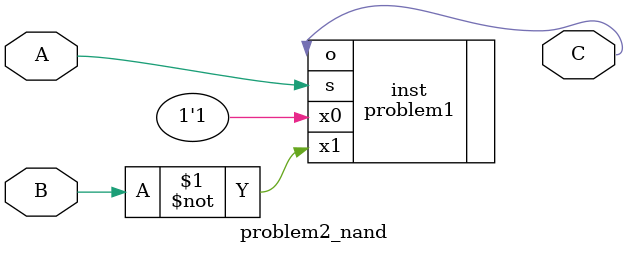
<source format=sv>
module problem2_nand (
    input logic A,
    input logic B,
    output logic C
);	

    problem1 inst (.s(A), .x0(1'b1), .x1(~B), .o(C));

endmodule 

</source>
